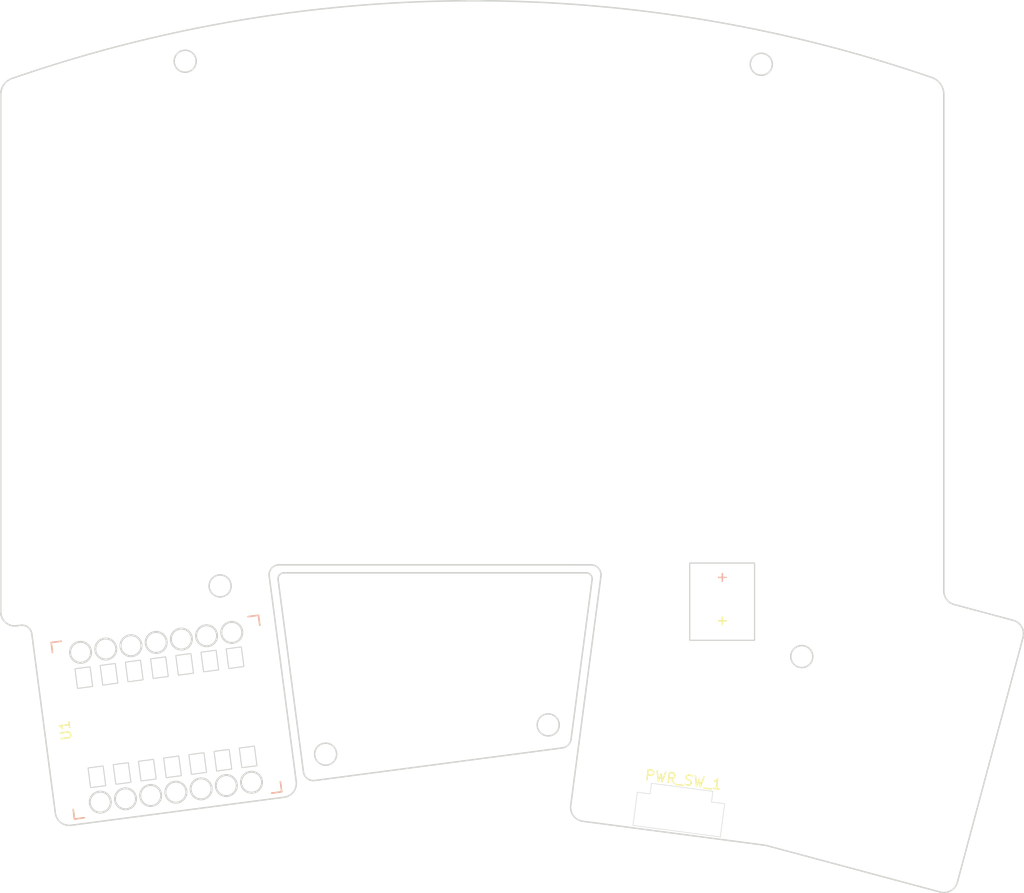
<source format=kicad_pcb>
(kicad_pcb (version 20240108) (generator "pcbnew") (generator_version "8.0")
  (title_block (title "Kretsträd") (company "by JW"))
  (layers (0 "F.Cu" signal) (31 "B.Cu" signal) (34 "B.Paste" user) (35 "F.Paste" user) (36 "B.SilkS" user "B.Silkscreen") (37 "F.SilkS" user "F.Silkscreen") (38 "B.Mask" user) (39 "F.Mask" user) (44 "Edge.Cuts" user))
  (net 0 "")
  (footprint "jw_custom_footprints:MountingHole_2.2mm_M2_cutout" (layer "F.Cu") (at 100.82219 105.995881)
    (property "Reference" "TH3" (hide yes))
    (property "Value" "HOLE")
    (fp_circle (center 0 0) (end 1.1 0) (stroke (width 0.15)) (fill none) (layer "Edge.Cuts"))
  )
  (footprint "jw_custom_footprints:SW_SPDT_PCM12_cutout" (layer "F.Cu") (at 146.69459 128.551081 -7.5)
    (property "Reference" "PWR_SW_1" (at 0 -3.2 172.5) (layer "F.SilkS"))
    (property "Value" "SW_SPDT")
    (fp_line (start -4.4 1.9812) (end -4.4 -1.3716) (stroke (width 0.05)) (layer "Edge.Cuts"))
    (fp_line (start -3.1196 -1.3716) (end -4.4 -1.3716) (stroke (width 0.05)) (layer "Edge.Cuts"))
    (fp_line (start -3.1196 -1.3716) (end -3.1196 -2.4384) (stroke (width 0.05)) (layer "Edge.Cuts"))
    (fp_line (start -3.1196 -2.4384) (end 3.0688 -2.4384) (stroke (width 0.05)) (layer "Edge.Cuts"))
    (fp_line (start 3.0688 -1.3716) (end 3.0688 -2.4384) (stroke (width 0.05)) (layer "Edge.Cuts"))
    (fp_line (start 3.0688 -1.3716) (end 4.4 -1.3716) (stroke (width 0.05)) (layer "Edge.Cuts"))
    (fp_line (start 4.4 1.9812) (end -4.4 1.9812) (stroke (width 0.05)) (layer "Edge.Cuts"))
    (fp_line (start 4.4 -1.3716) (end 4.4 1.9812) (stroke (width 0.05)) (layer "Edge.Cuts"))
  )
  (footprint "jw_custom_footprints:MountingHole_2.2mm_M2_cutout" (layer "F.Cu") (at 158.93739 113.057081)
    (property "Reference" "TH4" (hide yes))
    (property "Value" "HOLE")
    (fp_circle (center 0 0) (end 1.1 0) (stroke (width 0.15)) (fill none) (layer "Edge.Cuts"))
  )
  (footprint "jw_custom_footprints:Xiao THT jumper pad_hole_1.55mm_cutout" (layer "F.Cu") (at 95.259726 119.141085 97.5)
    (property "Reference" "U1" (at 0 -9.9742 97.5) (layer "F.SilkS"))
    (property "Value" "SeeeduinoXIAO")
    (fp_line (start 8.9 -10.2452) (end 7.9 -10.2452) (stroke (width 0.15)) (layer "B.SilkS"))
    (fp_line (start 8.9 -10.2452) (end 8.9 -9.2452) (stroke (width 0.15)) (layer "B.SilkS"))
    (fp_line (start -8.9 -10.2452) (end -7.95 -10.2452) (stroke (width 0.15)) (layer "B.SilkS"))
    (fp_line (start -8.9 -10.2452) (end -8.9 -9.2452) (stroke (width 0.15)) (layer "B.SilkS"))
    (fp_line (start 8.9 9.593) (end 8.9 10.643002) (stroke (width 0.15)) (layer "B.SilkS"))
    (fp_line (start 8.9 10.643002) (end 7.9 10.643) (stroke (width 0.15)) (layer "B.SilkS"))
    (fp_line (start -8.9 9.643) (end -8.9 10.643) (stroke (width 0.15)) (layer "B.SilkS"))
    (fp_line (start -8.9 10.643) (end -7.89 10.643) (stroke (width 0.15)) (layer "B.SilkS"))
    (fp_line (start 8.9 -10.2202) (end 7.95 -10.2202) (stroke (width 0.15)) (layer "F.SilkS"))
    (fp_line (start 8.9 -10.2202) (end 8.9 -9.2202) (stroke (width 0.15)) (layer "F.SilkS"))
    (fp_line (start -8.9 -10.2202) (end -7.9 -10.2202) (stroke (width 0.15)) (layer "F.SilkS"))
    (fp_line (start -8.9 -10.2202) (end -8.9 -9.2202) (stroke (width 0.15)) (layer "F.SilkS"))
    (fp_line (start 8.899999 9.668) (end 8.9 10.668) (stroke (width 0.15)) (layer "F.SilkS"))
    (fp_line (start 8.9 10.668) (end 7.89 10.668) (stroke (width 0.15)) (layer "F.SilkS"))
    (fp_line (start -8.9 9.618) (end -8.9 10.668) (stroke (width 0.15)) (layer "F.SilkS"))
    (fp_line (start -8.9 10.668) (end -7.9 10.668) (stroke (width 0.15)) (layer "F.SilkS"))
    (fp_circle (center 7.5438 -7.46) (end 8.5938 -7.46) (stroke (width 0.2)) (fill none) (layer "Edge.Cuts"))
    (fp_circle (center -7.5588 -7.46) (end -6.5088 -7.46) (stroke (width 0.2)) (fill none) (layer "Edge.Cuts"))
    (fp_circle (center 7.5438 -4.92) (end 8.5938 -4.92) (stroke (width 0.2)) (fill none) (layer "Edge.Cuts"))
    (fp_circle (center -7.5588 -4.92) (end -6.5088 -4.92) (stroke (width 0.2)) (fill none) (layer "Edge.Cuts"))
    (fp_circle (center 7.5438 -2.38) (end 8.593802 -2.38) (stroke (width 0.2)) (fill none) (layer "Edge.Cuts"))
    (fp_circle (center -7.5588 -2.38) (end -6.5088 -2.38) (stroke (width 0.2)) (fill none) (layer "Edge.Cuts"))
    (fp_circle (center 7.5438 0.16) (end 8.5938 0.16) (stroke (width 0.2)) (fill none) (layer "Edge.Cuts"))
    (fp_circle (center -7.5588 0.16) (end -6.5088 0.16) (stroke (width 0.2)) (fill none) (layer "Edge.Cuts"))
    (fp_circle (center 7.543799 2.7) (end 8.5938 2.7) (stroke (width 0.2)) (fill none) (layer "Edge.Cuts"))
    (fp_circle (center -7.5588 2.7) (end -6.5088 2.7) (stroke (width 0.2)) (fill none) (layer "Edge.Cuts"))
    (fp_circle (center 7.5438 5.24) (end 8.5938 5.24) (stroke (width 0.2)) (fill none) (layer "Edge.Cuts"))
    (fp_circle (center -7.5588 5.24) (end -6.5088 5.24) (stroke (width 0.2)) (fill none) (layer "Edge.Cuts"))
    (fp_circle (center 7.5438 7.780004) (end 8.5938 7.78) (stroke (width 0.2)) (fill none) (layer "Edge.Cuts"))
    (fp_circle (center -7.5588 7.78) (end -6.5088 7.78) (stroke (width 0.2)) (fill none) (layer "Edge.Cuts"))
    (fp_poly (pts (xy 4.0066 -8.2296) (xy 5.9878 -8.2296) (xy 5.9878 -6.7056) (xy 4.0066 -6.7056)) (stroke (width 0.1)) (fill none) (layer "Edge.Cuts"))
    (fp_poly (pts (xy -5.9944 -8.2296) (xy -4.0132 -8.2296) (xy -4.0132 -6.7056) (xy -5.994402 -6.7056)) (stroke (width 0.1)) (fill none) (layer "Edge.Cuts"))
    (fp_poly (pts (xy 4.0066 -5.6896) (xy 5.9878 -5.6896) (xy 5.9878 -4.1656) (xy 4.0066 -4.1656)) (stroke (width 0.1)) (fill none) (layer "Edge.Cuts"))
    (fp_poly (pts (xy -5.9944 -5.6896) (xy -4.0132 -5.6896) (xy -4.0132 -4.1656) (xy -5.9944 -4.1656)) (stroke (width 0.1)) (fill none) (layer "Edge.Cuts"))
    (fp_poly (pts (xy 4.0066 -3.1496) (xy 5.9878 -3.1496) (xy 5.9878 -1.625601) (xy 4.0066 -1.6256)) (stroke (width 0.1)) (fill none) (layer "Edge.Cuts"))
    (fp_poly (pts (xy -5.9944 -3.1496) (xy -4.0132 -3.1496) (xy -4.0132 -1.6256) (xy -5.994398 -1.6256)) (stroke (width 0.1)) (fill none) (layer "Edge.Cuts"))
    (fp_poly (pts (xy 4.0066 -0.6096) (xy 5.9878 -0.6096) (xy 5.9878 0.9144) (xy 4.0066 0.9144)) (stroke (width 0.1)) (fill none) (layer "Edge.Cuts"))
    (fp_poly (pts (xy -5.9944 -0.6096) (xy -4.0132 -0.6096) (xy -4.0132 0.9144) (xy -5.9944 0.9144)) (stroke (width 0.1)) (fill none) (layer "Edge.Cuts"))
    (fp_poly (pts (xy 4.0066 1.9304) (xy 5.9878 1.9304) (xy 5.9878 3.4544) (xy 4.0066 3.4544)) (stroke (width 0.1)) (fill none) (layer "Edge.Cuts"))
    (fp_poly (pts (xy -5.9944 1.9304) (xy -4.0132 1.9304) (xy -4.0132 3.4544) (xy -5.9944 3.4544)) (stroke (width 0.1)) (fill none) (layer "Edge.Cuts"))
    (fp_poly (pts (xy 4.0066 4.4704) (xy 5.9878 4.4704) (xy 5.9878 5.9944) (xy 4.0066 5.9944)) (stroke (width 0.1)) (fill none) (layer "Edge.Cuts"))
    (fp_poly (pts (xy -5.9944 4.4704) (xy -4.0132 4.4704) (xy -4.0132 5.9944) (xy -5.9944 5.9944)) (stroke (width 0.1)) (fill none) (layer "Edge.Cuts"))
    (fp_poly (pts (xy 4.0066 7.0104) (xy 5.9878 7.0104) (xy 5.9878 8.5344) (xy 4.0066 8.5344)) (stroke (width 0.1)) (fill none) (layer "Edge.Cuts"))
    (fp_poly (pts (xy -5.9944 7.0104) (xy -4.0132 7.0104) (xy -4.0132 8.5344) (xy -5.9944 8.5344)) (stroke (width 0.1)) (fill none) (layer "Edge.Cuts"))
  )
  (footprint "jw_custom_footprints:MountingHole_2.2mm_M2_cutout" (layer "F.Cu") (at 97.3328 53.5432)
    (property "Reference" "TH1" (hide yes))
    (property "Value" "HOLE")
    (fp_circle (center 0 0) (end 1.1 0) (stroke (width 0.15)) (fill none) (layer "Edge.Cuts"))
  )
  (footprint "jw_custom_footprints:FPC_front_flip_connector_1x05-P0.5mm_Horizontal_cutout" (layer "F.Cu") (at 150.50939 107.570681 -90)
    (property "Reference" "J1" (hide yes))
    (property "Value" "Conn_01x02_Female")
    (fp_rect (start -3.8608 -3.7084) (end 3.8608 2.7686) (stroke (width 0.12)) (fill none) (layer "Edge.Cuts"))
  )
  (footprint "jw_custom_footprints:MountingHole_2.2mm_M2_cutout" (layer "F.Cu") (at 154.894 53.848)
    (property "Reference" "TH2" (hide yes))
    (property "Value" "HOLE")
    (fp_circle (center 0 0) (end 1.1 0) (stroke (width 0.15)) (fill none) (layer "Edge.Cuts"))
  )
  (footprint "jw_custom_footprints:MountingHole_2.2mm_M2_cutout" (layer "F.Cu") (at 133.604 119.888 7.5)
    (property "Reference" "Batt_Hole_2" (hide yes))
    (property "Value" "HOLE")
    (fp_circle (center 0 0) (end 1.1 0) (stroke (width 0.15)) (fill none) (layer "Edge.Cuts"))
  )
  (footprint "jw_custom_footprints:MountingHole_2.2mm_M2_cutout" (layer "F.Cu") (at 111.363786 122.81598 7.5)
    (property "Reference" "Batt_Hole_1" (hide yes))
    (property "Value" "HOLE")
    (fp_circle (center 0 0) (end 1.1 0) (stroke (width 0.15)) (fill none) (layer "Edge.Cuts"))
  )
  (gr_arc (start 108.426587 125.548064) (mid 108.149197 126.582982) (end 107.221283 127.118683) (stroke (width 0.15)) (layer "Edge.Cuts"))
  (gr_arc (start 135.886464 121.326406) (mid 135.602088 121.902885) (end 135.025567 122.187162) (stroke (width 0.15)) (layer "Edge.Cuts"))
  (gr_line (start 137.057564 129.52277) (end 155.252729 131.918209) (stroke (width 0.15)) (layer "Edge.Cuts"))
  (gr_line (start 173.128112 56.858591) (end 173.128112 106.502087) (stroke (width 0.15)) (layer "Edge.Cuts"))
  (gr_line (start 80.886919 109.929828) (end 80.487185 109.982454) (stroke (width 0.15)) (layer "Edge.Cuts"))
  (gr_line (start 155.432339 131.953936) (end 172.77345 136.600472) (stroke (width 0.15)) (layer "Edge.Cuts"))
  (gr_arc (start 171.8564 55.1434) (mid 172.77909 55.788325) (end 173.128112 56.858591) (stroke (width 0.15)) (layer "Edge.Cuts"))
  (gr_line (start 107.211769 104.686) (end 137.395718 104.686) (stroke (width 0.15)) (layer "Edge.Cuts"))
  (gr_arc (start 155.252729 131.918209) (mid 155.343119 131.933132) (end 155.432339 131.953936) (stroke (width 0.15)) (layer "Edge.Cuts"))
  (gr_line (start 181.043189 111.14657) (end 174.488093 135.610523) (stroke (width 0.15)) (layer "Edge.Cuts"))
  (gr_line (start 82.008945 110.791165) (end 84.361052 128.715613) (stroke (width 0.15)) (layer "Edge.Cuts"))
  (gr_line (start 110.269384 125.446376) (end 135.025567 122.187162) (stroke (width 0.15)) (layer "Edge.Cuts"))
  (gr_arc (start 80.886919 109.929828) (mid 81.626352 110.128081) (end 82.008945 110.791165) (stroke (width 0.15)) (layer "Edge.Cuts"))
  (gr_arc (start 105.725668 105.016526) (mid 105.965272 104.226649) (end 106.717112 103.886) (stroke (width 0.15)) (layer "Edge.Cuts"))
  (gr_arc (start 80.164858 55.2196) (mid 126.004242 47.495858) (end 171.8564 55.1434) (stroke (width 0.15)) (layer "Edge.Cuts"))
  (gr_line (start 109.147413 124.585457) (end 106.616902 105.364316) (stroke (width 0.15)) (layer "Edge.Cuts"))
  (gr_line (start 106.717112 103.886) (end 137.880093 103.888558) (stroke (width 0.15)) (layer "Edge.Cuts"))
  (gr_line (start 137.990572 105.364414) (end 135.886464 121.326406) (stroke (width 0.15)) (layer "Edge.Cuts"))
  (gr_line (start 105.725668 105.016526) (end 108.426587 125.548064) (stroke (width 0.15)) (layer "Edge.Cuts"))
  (gr_arc (start 174.165765 107.854383) (mid 173.417407 107.354356) (end 173.128112 106.502087) (stroke (width 0.15)) (layer "Edge.Cuts"))
  (gr_arc (start 137.880093 103.888558) (mid 138.631878 104.229243) (end 138.871456 105.019084) (stroke (width 0.15)) (layer "Edge.Cuts"))
  (gr_arc (start 137.395718 104.686) (mid 137.846855 104.89043) (end 137.990572 105.364414) (stroke (width 0.15)) (layer "Edge.Cuts"))
  (gr_arc (start 137.057564 129.52277) (mid 136.129606 128.987013) (end 135.852279 127.95201) (stroke (width 0.15)) (layer "Edge.Cuts"))
  (gr_line (start 78.904448 56.858591) (end 78.904448 108.594431) (stroke (width 0.15)) (layer "Edge.Cuts"))
  (gr_line (start 138.871456 105.019084) (end 135.852279 127.95201) (stroke (width 0.15)) (layer "Edge.Cuts"))
  (gr_line (start 85.931889 129.921485) (end 107.221283 127.118683) (stroke (width 0.15)) (layer "Edge.Cuts"))
  (gr_arc (start 110.269384 125.446376) (mid 109.530096 125.248284) (end 109.147413 124.585457) (stroke (width 0.15)) (layer "Edge.Cuts"))
  (gr_arc (start 80.487185 109.982454) (mid 79.381364 109.647007) (end 78.904448 108.594431) (stroke (width 0.15)) (layer "Edge.Cuts"))
  (gr_arc (start 78.904448 56.858591) (mid 79.253843 55.823144) (end 80.164858 55.2196) (stroke (width 0.15)) (layer "Edge.Cuts"))
  (gr_arc (start 174.488093 135.610523) (mid 173.835801 136.460624) (end 172.77345 136.600472) (stroke (width 0.15)) (layer "Edge.Cuts"))
  (gr_line (start 174.165765 107.854383) (end 180.05324 109.431926) (stroke (width 0.15)) (layer "Edge.Cuts"))
  (gr_arc (start 106.616902 105.364316) (mid 106.760664 104.890382) (end 107.211769 104.686) (stroke (width 0.15)) (layer "Edge.Cuts"))
  (gr_arc (start 85.931889 129.921485) (mid 84.896692 129.643954) (end 84.361052 128.715613) (stroke (width 0.15)) (layer "Edge.Cuts"))
  (gr_arc (start 180.05324 109.431926) (mid 180.903321 110.084222) (end 181.043189 111.14657) (stroke (width 0.15)) (layer "Edge.Cuts"))
  (gr_text "+" (at 151.003 105.22 180) (layer "B.SilkS") (effects (font (size 1 1))))
  (gr_text "+" (at 151.003 109.411 0) (layer "F.SilkS") (effects (font (size 1 1)) (justify mirror)))
)
</source>
